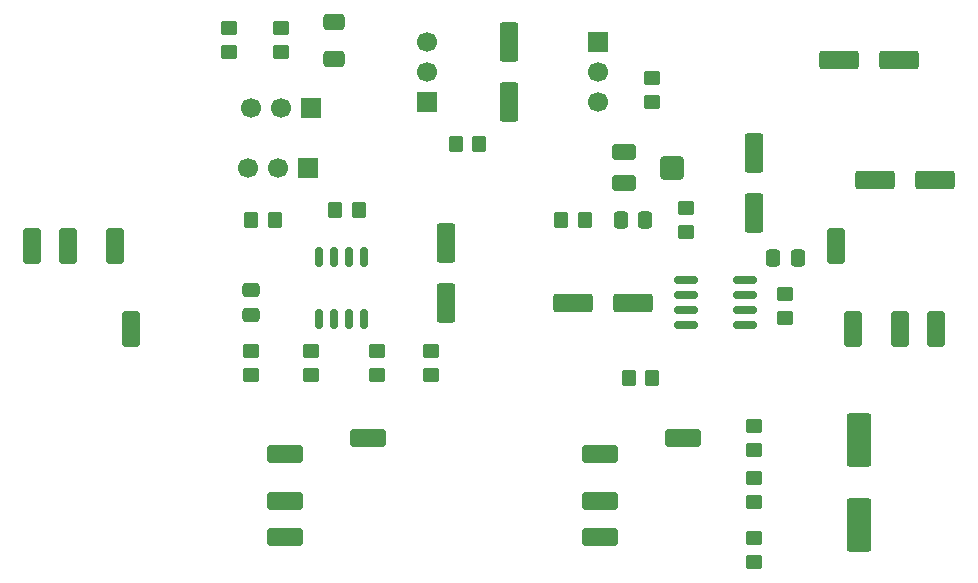
<source format=gbr>
%TF.GenerationSoftware,KiCad,Pcbnew,9.0.2*%
%TF.CreationDate,2025-12-24T14:08:25+02:00*%
%TF.ProjectId,party_line,70617274-795f-46c6-996e-652e6b696361,rev?*%
%TF.SameCoordinates,Original*%
%TF.FileFunction,Soldermask,Top*%
%TF.FilePolarity,Negative*%
%FSLAX46Y46*%
G04 Gerber Fmt 4.6, Leading zero omitted, Abs format (unit mm)*
G04 Created by KiCad (PCBNEW 9.0.2) date 2025-12-24 14:08:25*
%MOMM*%
%LPD*%
G01*
G04 APERTURE LIST*
G04 Aperture macros list*
%AMRoundRect*
0 Rectangle with rounded corners*
0 $1 Rounding radius*
0 $2 $3 $4 $5 $6 $7 $8 $9 X,Y pos of 4 corners*
0 Add a 4 corners polygon primitive as box body*
4,1,4,$2,$3,$4,$5,$6,$7,$8,$9,$2,$3,0*
0 Add four circle primitives for the rounded corners*
1,1,$1+$1,$2,$3*
1,1,$1+$1,$4,$5*
1,1,$1+$1,$6,$7*
1,1,$1+$1,$8,$9*
0 Add four rect primitives between the rounded corners*
20,1,$1+$1,$2,$3,$4,$5,0*
20,1,$1+$1,$4,$5,$6,$7,0*
20,1,$1+$1,$6,$7,$8,$9,0*
20,1,$1+$1,$8,$9,$2,$3,0*%
G04 Aperture macros list end*
%ADD10RoundRect,0.250000X0.550000X-1.412500X0.550000X1.412500X-0.550000X1.412500X-0.550000X-1.412500X0*%
%ADD11RoundRect,0.225000X-0.525000X1.275000X-0.525000X-1.275000X0.525000X-1.275000X0.525000X1.275000X0*%
%ADD12RoundRect,0.225000X1.275000X0.525000X-1.275000X0.525000X-1.275000X-0.525000X1.275000X-0.525000X0*%
%ADD13RoundRect,0.250000X-0.350000X-0.450000X0.350000X-0.450000X0.350000X0.450000X-0.350000X0.450000X0*%
%ADD14RoundRect,0.250000X0.450000X-0.350000X0.450000X0.350000X-0.450000X0.350000X-0.450000X-0.350000X0*%
%ADD15R,1.700000X1.700000*%
%ADD16C,1.700000*%
%ADD17RoundRect,0.250000X-0.337500X-0.475000X0.337500X-0.475000X0.337500X0.475000X-0.337500X0.475000X0*%
%ADD18RoundRect,0.250000X1.412500X0.550000X-1.412500X0.550000X-1.412500X-0.550000X1.412500X-0.550000X0*%
%ADD19RoundRect,0.150000X0.150000X-0.675000X0.150000X0.675000X-0.150000X0.675000X-0.150000X-0.675000X0*%
%ADD20RoundRect,0.250000X0.650000X-0.412500X0.650000X0.412500X-0.650000X0.412500X-0.650000X-0.412500X0*%
%ADD21RoundRect,0.250000X-0.450000X0.350000X-0.450000X-0.350000X0.450000X-0.350000X0.450000X0.350000X0*%
%ADD22RoundRect,0.250000X-1.412500X-0.550000X1.412500X-0.550000X1.412500X0.550000X-1.412500X0.550000X0*%
%ADD23RoundRect,0.250001X0.799999X-1.999999X0.799999X1.999999X-0.799999X1.999999X-0.799999X-1.999999X0*%
%ADD24RoundRect,0.225000X0.525000X-1.275000X0.525000X1.275000X-0.525000X1.275000X-0.525000X-1.275000X0*%
%ADD25RoundRect,0.195000X0.805000X-0.455000X0.805000X0.455000X-0.805000X0.455000X-0.805000X-0.455000X0*%
%ADD26RoundRect,0.300000X-0.700000X-0.700000X0.700000X-0.700000X0.700000X0.700000X-0.700000X0.700000X0*%
%ADD27RoundRect,0.195000X-0.805000X-0.455000X0.805000X-0.455000X0.805000X0.455000X-0.805000X0.455000X0*%
%ADD28RoundRect,0.250000X0.475000X-0.337500X0.475000X0.337500X-0.475000X0.337500X-0.475000X-0.337500X0*%
%ADD29RoundRect,0.150000X-0.825000X-0.150000X0.825000X-0.150000X0.825000X0.150000X-0.825000X0.150000X0*%
G04 APERTURE END LIST*
D10*
%TO.C,C4*%
X156845000Y-80007500D03*
X156845000Y-74932500D03*
%TD*%
D11*
%TO.C,J1*%
X169230000Y-89860000D03*
X165230000Y-89860000D03*
X163830000Y-82860000D03*
X172230000Y-89860000D03*
%TD*%
D12*
%TO.C,J4*%
X117150000Y-104460000D03*
X117150000Y-100460000D03*
X124150000Y-99060000D03*
X117150000Y-107460000D03*
%TD*%
D13*
%TO.C,R17*%
X131604000Y-74168000D03*
X133604000Y-74168000D03*
%TD*%
D14*
%TO.C,R14*%
X129540000Y-93710000D03*
X129540000Y-91710000D03*
%TD*%
%TO.C,R15*%
X119380000Y-93710000D03*
X119380000Y-91710000D03*
%TD*%
D12*
%TO.C,J3*%
X143820000Y-104460000D03*
X143820000Y-100460000D03*
X150820000Y-99060000D03*
X143820000Y-107460000D03*
%TD*%
D15*
%TO.C,RV3*%
X119110000Y-76200000D03*
D16*
X116570000Y-76200000D03*
X114030000Y-76200000D03*
%TD*%
D17*
%TO.C,C3*%
X145582500Y-80645000D03*
X147657500Y-80645000D03*
%TD*%
D15*
%TO.C,SW2*%
X129159000Y-70612000D03*
D16*
X129159000Y-68072000D03*
X129159000Y-65532000D03*
%TD*%
D18*
%TO.C,C9*%
X172209500Y-77216000D03*
X167134500Y-77216000D03*
%TD*%
D13*
%TO.C,R10*%
X121412000Y-79756000D03*
X123412000Y-79756000D03*
%TD*%
D14*
%TO.C,R16*%
X124968000Y-93710000D03*
X124968000Y-91710000D03*
%TD*%
D10*
%TO.C,C7*%
X136144000Y-70609500D03*
X136144000Y-65534500D03*
%TD*%
D15*
%TO.C,RV2*%
X143637000Y-65532000D03*
D16*
X143637000Y-68072000D03*
X143637000Y-70612000D03*
%TD*%
D14*
%TO.C,R6*%
X156845000Y-104505000D03*
X156845000Y-102505000D03*
%TD*%
D19*
%TO.C,U2*%
X120015000Y-88985000D03*
X121285000Y-88985000D03*
X122555000Y-88985000D03*
X123825000Y-88985000D03*
X123825000Y-83735000D03*
X122555000Y-83735000D03*
X121285000Y-83735000D03*
X120015000Y-83735000D03*
%TD*%
D20*
%TO.C,C6*%
X121285000Y-66967500D03*
X121285000Y-63842500D03*
%TD*%
D21*
%TO.C,R13*%
X114300000Y-91710000D03*
X114300000Y-93710000D03*
%TD*%
%TO.C,R3*%
X151065000Y-79645000D03*
X151065000Y-81645000D03*
%TD*%
%TO.C,R2*%
X159512000Y-86884000D03*
X159512000Y-88884000D03*
%TD*%
D22*
%TO.C,C1*%
X141542500Y-87630000D03*
X146617500Y-87630000D03*
%TD*%
D23*
%TO.C,C2*%
X165735000Y-106470000D03*
X165735000Y-99270000D03*
%TD*%
D14*
%TO.C,R5*%
X156845000Y-109585000D03*
X156845000Y-107585000D03*
%TD*%
%TO.C,R8*%
X112395000Y-66405000D03*
X112395000Y-64405000D03*
%TD*%
D13*
%TO.C,R1*%
X146255000Y-93980000D03*
X148255000Y-93980000D03*
%TD*%
%TO.C,R4*%
X140540000Y-80645000D03*
X142540000Y-80645000D03*
%TD*%
D24*
%TO.C,J2*%
X98740000Y-82860000D03*
X102740000Y-82860000D03*
X104140000Y-89860000D03*
X95740000Y-82860000D03*
%TD*%
D25*
%TO.C,RV1*%
X145890000Y-77500000D03*
D26*
X149890000Y-76200000D03*
D27*
X145890000Y-74900000D03*
%TD*%
D14*
%TO.C,R11*%
X148209000Y-70596000D03*
X148209000Y-68596000D03*
%TD*%
D18*
%TO.C,C10*%
X169161500Y-67056000D03*
X164086500Y-67056000D03*
%TD*%
D13*
%TO.C,R12*%
X114300000Y-80645000D03*
X116300000Y-80645000D03*
%TD*%
D21*
%TO.C,R9*%
X116840000Y-64405000D03*
X116840000Y-66405000D03*
%TD*%
D28*
%TO.C,C11*%
X114300000Y-88667500D03*
X114300000Y-86592500D03*
%TD*%
D15*
%TO.C,SW1*%
X119335000Y-71120000D03*
D16*
X116795000Y-71120000D03*
X114255000Y-71120000D03*
%TD*%
D17*
%TO.C,C5*%
X158474500Y-83820000D03*
X160549500Y-83820000D03*
%TD*%
D14*
%TO.C,R7*%
X156845000Y-100060000D03*
X156845000Y-98060000D03*
%TD*%
D29*
%TO.C,U1*%
X151130000Y-85725000D03*
X151130000Y-86995000D03*
X151130000Y-88265000D03*
X151130000Y-89535000D03*
X156080000Y-89535000D03*
X156080000Y-88265000D03*
X156080000Y-86995000D03*
X156080000Y-85725000D03*
%TD*%
D10*
%TO.C,C12*%
X130810000Y-87630000D03*
X130810000Y-82555000D03*
%TD*%
M02*

</source>
